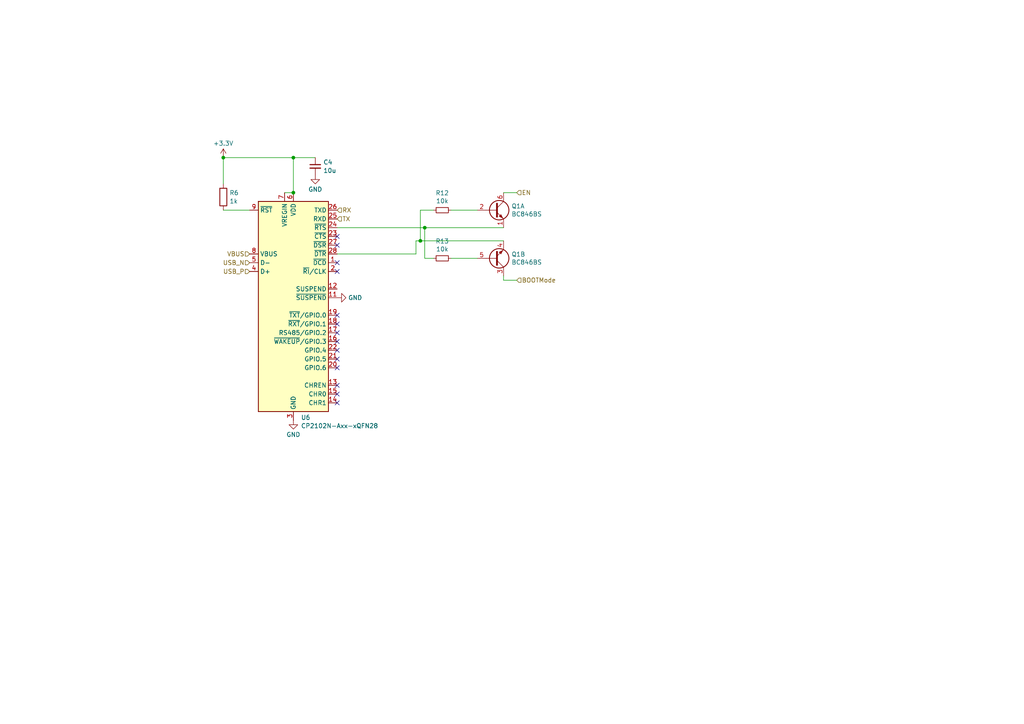
<source format=kicad_sch>
(kicad_sch (version 20250114) (generator "eeschema") (generator_version "9.0")
  (paper "A4")
  (lib_symbols
    (symbol "Device:C_Small" (pin_numbers (hide yes)) (pin_names (offset 0.254) (hide yes))
      (property "Reference" "C" (at 0.254 1.778 0))
      (property "Value" "C_Small" (at 0.254 -2.032 0))
      (symbol "C_Small_0_1"
        (polyline (pts (xy -1.524 0.508) (xy 1.524 0.508)) (stroke (width 0.3048)))
        (polyline (pts (xy -1.524 -0.508) (xy 1.524 -0.508)) (stroke (width 0.3302)))
      )
      (symbol "C_Small_1_1"
        (pin passive line (at 0 2.54 270) (length 2.032) (name "~") (number "1"))
        (pin passive line (at 0 -2.54 90) (length 2.032) (name "~") (number "2"))
      )
    )
    (symbol "Device:R" (pin_numbers (hide yes)) (pin_names (offset 0))
      (property "Reference" "R" (at 2.032 0 90))
      (property "Value" "R" (at 0 0 90))
      (symbol "R_0_1"
        (rectangle (start -1.016 -2.54) (end 1.016 2.54) (stroke (width 0.254)))
      )
      (symbol "R_1_1"
        (pin passive line (at 0 3.81 270) (length 1.27) (name "~") (number "1"))
        (pin passive line (at 0 -3.81 90) (length 1.27) (name "~") (number "2"))
      )
    )
    (symbol "Device:R_Small" (pin_numbers (hide yes)) (pin_names (offset 0.254) (hide yes))
      (property "Reference" "R" (at 0.762 0.508 0))
      (property "Value" "R_Small" (at 0.762 -1.016 0))
      (symbol "R_Small_0_1"
        (rectangle (start -0.762 1.778) (end 0.762 -1.778) (stroke (width 0.2032)))
      )
      (symbol "R_Small_1_1"
        (pin passive line (at 0 2.54 270) (length 0.762) (name "~") (number "1"))
        (pin passive line (at 0 -2.54 90) (length 0.762) (name "~") (number "2"))
      )
    )
    (symbol "Interface_USB:CP2102N-Axx-xQFN28"
      (property "Reference" "U" (at -8.89 31.75 0))
      (property "Value" "CP2102N-Axx-xQFN28" (at 12.7 31.75 0))
      (symbol "CP2102N-Axx-xQFN28_0_1"
        (rectangle (start -10.16 30.48) (end 10.16 -30.48) (stroke (width 0.254)) (fill (type background)))
      )
      (symbol "CP2102N-Axx-xQFN28_1_1"
        (pin input line (at -12.7 27.94 0) (length 2.54) (name "~{RST}") (number "9"))
        (pin input line (at -12.7 15.24 0) (length 2.54) (name "VBUS") (number "8"))
        (pin bidirectional line (at -12.7 12.7 0) (length 2.54) (name "D-") (number "5"))
        (pin bidirectional line (at -12.7 10.16 0) (length 2.54) (name "D+") (number "4"))
        (pin no_connect line (at -10.16 -27.94 0) (length 2.54) (hide yes) (name "NC") (number "10"))
        (pin power_in line (at -2.54 33.02 270) (length 2.54) (name "VREGIN") (number "7"))
        (pin power_in line (at 0 33.02 270) (length 2.54) (name "VDD") (number "6"))
        (pin passive line (at 0 -33.02 90) (length 2.54) (hide yes) (name "GND") (number "29"))
        (pin power_in line (at 0 -33.02 90) (length 2.54) (name "GND") (number "3"))
        (pin output line (at 12.7 27.94 180) (length 2.54) (name "TXD") (number "26"))
        (pin input line (at 12.7 25.4 180) (length 2.54) (name "RXD") (number "25"))
        (pin output line (at 12.7 22.86 180) (length 2.54) (name "~{RTS}") (number "24"))
        (pin input line (at 12.7 20.32 180) (length 2.54) (name "~{CTS}") (number "23"))
        (pin input line (at 12.7 17.78 180) (length 2.54) (name "~{DSR}") (number "27"))
        (pin output line (at 12.7 15.24 180) (length 2.54) (name "~{DTR}") (number "28"))
        (pin input line (at 12.7 12.7 180) (length 2.54) (name "~{DCD}") (number "1"))
        (pin bidirectional line (at 12.7 10.16 180) (length 2.54) (name "~{RI}/CLK") (number "2"))
        (pin output line (at 12.7 5.08 180) (length 2.54) (name "SUSPEND") (number "12"))
        (pin output line (at 12.7 2.54 180) (length 2.54) (name "~{SUSPEND}") (number "11"))
        (pin bidirectional line (at 12.7 -2.54 180) (length 2.54) (name "~{TXT}/GPIO.0") (number "19"))
        (pin bidirectional line (at 12.7 -5.08 180) (length 2.54) (name "~{RXT}/GPIO.1") (number "18"))
        (pin bidirectional line (at 12.7 -7.62 180) (length 2.54) (name "RS485/GPIO.2") (number "17"))
        (pin bidirectional line (at 12.7 -10.16 180) (length 2.54) (name "~{WAKEUP}/GPIO.3") (number "16"))
        (pin bidirectional line (at 12.7 -12.7 180) (length 2.54) (name "GPIO.4") (number "22"))
        (pin bidirectional line (at 12.7 -15.24 180) (length 2.54) (name "GPIO.5") (number "21"))
        (pin bidirectional line (at 12.7 -17.78 180) (length 2.54) (name "GPIO.6") (number "20"))
        (pin output line (at 12.7 -22.86 180) (length 2.54) (name "CHREN") (number "13"))
        (pin output line (at 12.7 -25.4 180) (length 2.54) (name "CHR0") (number "15"))
        (pin output line (at 12.7 -27.94 180) (length 2.54) (name "CHR1") (number "14"))
      )
    )
    (symbol "Transistor_BJT:BC846BS" (pin_names (offset 0) (hide yes))
      (property "Reference" "Q" (at 5.08 1.27 0))
      (property "Value" "BC846BS" (at 5.08 -1.27 0))
      (symbol "BC846BS_0_1"
        (polyline (pts (xy 0.635 1.905) (xy 0.635 -1.905) (xy 0.635 -1.905)) (stroke (width 0.508)))
        (polyline (pts (xy 0.635 0.635) (xy 2.54 2.54)))
        (polyline (pts (xy 0.635 0) (xy -2.54 0)))
        (polyline (pts (xy 0.635 -0.635) (xy 2.54 -2.54) (xy 2.54 -2.54)))
        (circle (center 1.27 0) (radius 2.8194) (stroke (width 0.254)))
        (polyline (pts (xy 1.27 -1.778) (xy 1.778 -1.27) (xy 2.286 -2.286) (xy 1.27 -1.778) (xy 1.27 -1.778)) (fill (type outline)))
      )
      (symbol "BC846BS_1_1"
        (pin input line (at -5.08 0 0) (length 2.54) (name "B1") (number "2"))
        (pin passive line (at 2.54 5.08 270) (length 2.54) (name "C1") (number "6"))
        (pin passive line (at 2.54 -5.08 90) (length 2.54) (name "E1") (number "1"))
      )
      (symbol "BC846BS_2_1"
        (pin input line (at -5.08 0 0) (length 2.54) (name "B2") (number "5"))
        (pin passive line (at 2.54 5.08 270) (length 2.54) (name "C2") (number "3"))
        (pin passive line (at 2.54 -5.08 90) (length 2.54) (name "E2") (number "4"))
      )
    )
    (symbol "power:+3.3V" (power) (pin_numbers (hide yes)) (pin_names (offset 0) (hide yes))
      (property "Value" "+3.3V" (at 0 3.556 0))
      (symbol "+3.3V_0_1"
        (polyline (pts (xy -0.762 1.27) (xy 0 2.54)))
        (polyline (pts (xy 0 2.54) (xy 0.762 1.27)))
        (polyline (pts (xy 0 0) (xy 0 2.54)))
      )
      (symbol "+3.3V_1_1"
        (pin power_in line (at 0 0 90) (length 0) (name "~") (number "1"))
      )
    )
    (symbol "power:GND" (power) (pin_numbers (hide yes)) (pin_names (offset 0) (hide yes))
      (property "Value" "GND" (at 0 -3.81 0))
      (symbol "GND_0_1"
        (polyline (pts (xy 0 0) (xy 0 -1.27) (xy 1.27 -1.27) (xy 0 -2.54) (xy -1.27 -1.27) (xy 0 -1.27)))
      )
      (symbol "GND_1_1"
        (pin power_in line (at 0 0 270) (length 0) (name "~") (number "1"))
      )
    )
  )
  (junction (at 121.92 69.85))
  (junction (at 85.09 45.72))
  (junction (at 64.77 45.72))
  (junction (at 85.09 55.88))
  (junction (at 123.19 66.04))
  (no_connect (at 97.79 106.68))
  (no_connect (at 97.79 71.12))
  (no_connect (at 97.79 91.44))
  (no_connect (at 97.79 99.06))
  (no_connect (at 97.79 101.6))
  (no_connect (at 97.79 78.74))
  (no_connect (at 97.79 116.84))
  (no_connect (at 97.79 93.98))
  (no_connect (at 97.79 96.52))
  (no_connect (at 97.79 68.58))
  (no_connect (at 97.79 111.76))
  (no_connect (at 97.79 114.3))
  (no_connect (at 97.79 76.2))
  (no_connect (at 97.79 104.14))
  (wire (pts (xy 120.65 69.85) (xy 120.65 73.66)))
  (wire (pts (xy 82.55 55.88) (xy 85.09 55.88)))
  (wire (pts (xy 149.86 55.88) (xy 146.05 55.88)))
  (wire (pts (xy 146.05 66.04) (xy 123.19 66.04)))
  (wire (pts (xy 85.09 45.72) (xy 85.09 55.88)))
  (wire (pts (xy 149.86 81.28) (xy 146.05 81.28)))
  (wire (pts (xy 138.43 60.96) (xy 130.81 60.96)))
  (wire (pts (xy 91.44 45.72) (xy 85.09 45.72)))
  (wire (pts (xy 146.05 69.85) (xy 121.92 69.85)))
  (wire (pts (xy 123.19 66.04) (xy 123.19 74.93)))
  (wire (pts (xy 64.77 60.96) (xy 72.39 60.96)))
  (wire (pts (xy 64.77 45.72) (xy 85.09 45.72)))
  (wire (pts (xy 97.79 66.04) (xy 123.19 66.04)))
  (wire (pts (xy 120.65 69.85) (xy 121.92 69.85)))
  (wire (pts (xy 97.79 73.66) (xy 120.65 73.66)))
  (wire (pts (xy 121.92 60.96) (xy 125.73 60.96)))
  (wire (pts (xy 146.05 81.28) (xy 146.05 80.01)))
  (wire (pts (xy 64.77 53.34) (xy 64.77 45.72)))
  (wire (pts (xy 121.92 69.85) (xy 121.92 60.96)))
  (wire (pts (xy 138.43 74.93) (xy 130.81 74.93)))
  (wire (pts (xy 123.19 74.93) (xy 125.73 74.93)))
  (hierarchical_label "BOOTMode" (shape input) (at 149.86 81.28 0))
  (hierarchical_label "EN" (shape input) (at 149.86 55.88 0))
  (hierarchical_label "USB_N" (shape input) (at 72.39 76.2 180))
  (hierarchical_label "USB_P" (shape input) (at 72.39 78.74 180))
  (hierarchical_label "RX" (shape input) (at 97.79 60.96 0))
  (hierarchical_label "TX" (shape input) (at 97.79 63.5 0))
  (hierarchical_label "VBUS" (shape input) (at 72.39 73.66 180))
  (symbol (lib_id "Device:C_Small") (at 91.44 48.26 0) (unit 1)
    (property "Reference" "C4" (at 93.7641 47.0541 0) (effects (justify left)))
    (property "Value" "10u" (at 93.7641 49.4784 0) (effects (justify left)))
    (property "Footprint" "Capacitor_SMD:C_0603_1608Metric" (effects (hide yes)))
    (property "Description" "Unpolarized capacitor, small symbol" (effects (hide yes)))
  )
  (symbol (lib_id "Transistor_BJT:BC846BS") (at 143.51 60.96 0) (unit 1)
    (property "Reference" "Q1" (at 148.336 59.7916 0) (effects (justify left)))
    (property "Value" "BC846BS" (at 148.336 62.103 0) (effects (justify left)))
    (property "Footprint" "Package_TO_SOT_SMD:SOT-363_SC-70-6" (effects (hide yes)))
    (property "Datasheet" "https://assets.nexperia.com/documents/data-sheet/BC846BS.pdf" (effects (hide yes)))
  )
  (symbol (lib_id "power:GND") (at 91.44 50.8 0) (unit 1)
    (property "Reference" "#PWR028" (effects (hide yes)))
    (property "Value" "GND" (at 91.44 54.9331 0))
    (property "Description" "Power symbol creates a global label with name \"GND\" , ground" (effects (hide yes)))
  )
  (symbol (lib_id "power:+3.3V") (at 64.77 45.72 0) (unit 1)
    (property "Reference" "#PWR031" (effects (hide yes)))
    (property "Value" "+3.3V" (at 64.77 41.5869 0))
    (property "Description" "Power symbol creates a global label with name \"+3.3V\"" (effects (hide yes)))
  )
  (symbol (lib_id "Device:R_Small") (at 128.27 60.96 270) (unit 1)
    (property "Reference" "R12" (at 128.27 55.9816 90))
    (property "Value" "10k" (at 128.27 58.293 90))
    (property "Footprint" "Resistor_SMD:R_0603_1608Metric" (effects (hide yes)))
  )
  (symbol (lib_id "Interface_USB:CP2102N-Axx-xQFN28") (at 85.09 88.9 0) (unit 1)
    (property "Reference" "U6" (at 87.2841 121.1001 0) (effects (justify left)))
    (property "Value" "CP2102N-Axx-xQFN28" (at 87.2841 123.5244 0) (effects (justify left)))
    (property "Footprint" "Package_DFN_QFN:QFN-28-1EP_5x5mm_P0.5mm_EP3.35x3.35mm" (effects (hide yes)))
    (property "Datasheet" "https://www.silabs.com/documents/public/data-sheets/cp2102n-datasheet.pdf" (effects (hide yes)))
    (property "Description" "USB to UART master bridge, QFN-28" (effects (hide yes)))
  )
  (symbol (lib_id "Device:R_Small") (at 128.27 74.93 270) (unit 1)
    (property "Reference" "R13" (at 128.27 69.9516 90))
    (property "Value" "10k" (at 128.27 72.263 90))
    (property "Footprint" "Resistor_SMD:R_0603_1608Metric" (effects (hide yes)))
  )
  (symbol (lib_id "power:GND") (at 97.79 86.36 90) (unit 1)
    (property "Reference" "#PWR030" (effects (hide yes)))
    (property "Value" "GND" (at 100.965 86.36 90) (effects (justify right)))
    (property "Description" "Power symbol creates a global label with name \"GND\" , ground" (effects (hide yes)))
  )
  (symbol (lib_id "power:GND") (at 85.09 121.92 0) (unit 1)
    (property "Reference" "#PWR024" (effects (hide yes)))
    (property "Value" "GND" (at 85.09 126.0531 0))
    (property "Description" "Power symbol creates a global label with name \"GND\" , ground" (effects (hide yes)))
  )
  (symbol (lib_id "Transistor_BJT:BC846BS") (at 143.51 74.93 0) (mirror x) (unit 2)
    (property "Reference" "Q1" (at 148.336 73.7616 0) (effects (justify left)))
    (property "Value" "BC846BS" (at 148.336 76.073 0) (effects (justify left)))
    (property "Footprint" "Package_TO_SOT_SMD:SOT-363_SC-70-6" (effects (hide yes)))
    (property "Datasheet" "https://assets.nexperia.com/documents/data-sheet/BC846BS.pdf" (effects (hide yes)))
  )
  (symbol (lib_id "Device:R") (at 64.77 57.15 0) (unit 1)
    (property "Reference" "R6" (at 66.548 55.9378 0) (effects (justify left)))
    (property "Value" "1k" (at 66.548 58.3621 0) (effects (justify left)))
    (property "Footprint" "Resistor_SMD:R_0603_1608Metric" (effects (hide yes)))
    (property "LINK" "https://www.digikey.com/en/products/detail/vishay-dale/CRCW08054K70FKEAC/7928553" (effects (hide yes)))
  )
)
</source>
